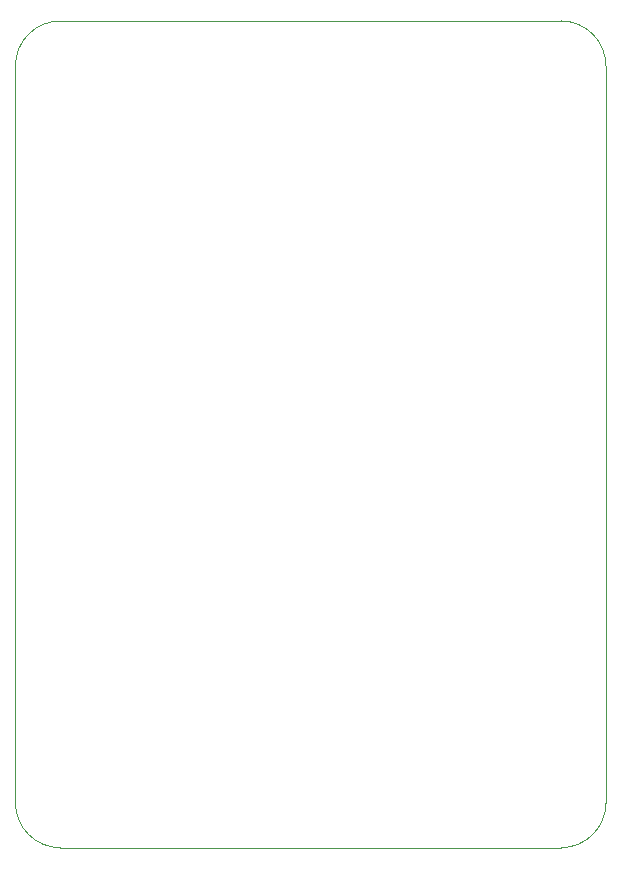
<source format=gm1>
%TF.GenerationSoftware,KiCad,Pcbnew,7.0.10-7.0.10~ubuntu22.04.1*%
%TF.CreationDate,2024-02-13T17:03:35+08:00*%
%TF.ProjectId,motor-controller-pcb,6d6f746f-722d-4636-9f6e-74726f6c6c65,2.1b1*%
%TF.SameCoordinates,Original*%
%TF.FileFunction,Profile,NP*%
%FSLAX46Y46*%
G04 Gerber Fmt 4.6, Leading zero omitted, Abs format (unit mm)*
G04 Created by KiCad (PCBNEW 7.0.10-7.0.10~ubuntu22.04.1) date 2024-02-13 17:03:35*
%MOMM*%
%LPD*%
G01*
G04 APERTURE LIST*
%TA.AperFunction,Profile*%
%ADD10C,0.100000*%
%TD*%
G04 APERTURE END LIST*
D10*
X107948000Y-59575000D02*
X150328000Y-59575000D01*
X104138000Y-125765000D02*
X104138000Y-63385000D01*
X107948000Y-59575000D02*
G75*
G03*
X104138000Y-63385000I0J-3810000D01*
G01*
X104138000Y-125765000D02*
G75*
G03*
X107948000Y-129575000I3810000J0D01*
G01*
X154138000Y-63385000D02*
X154138000Y-125765000D01*
X154138000Y-63385000D02*
G75*
G03*
X150328000Y-59575000I-3810000J0D01*
G01*
X150328000Y-129575000D02*
X107948000Y-129575000D01*
X150328000Y-129575000D02*
G75*
G03*
X154138000Y-125765000I0J3810000D01*
G01*
M02*

</source>
